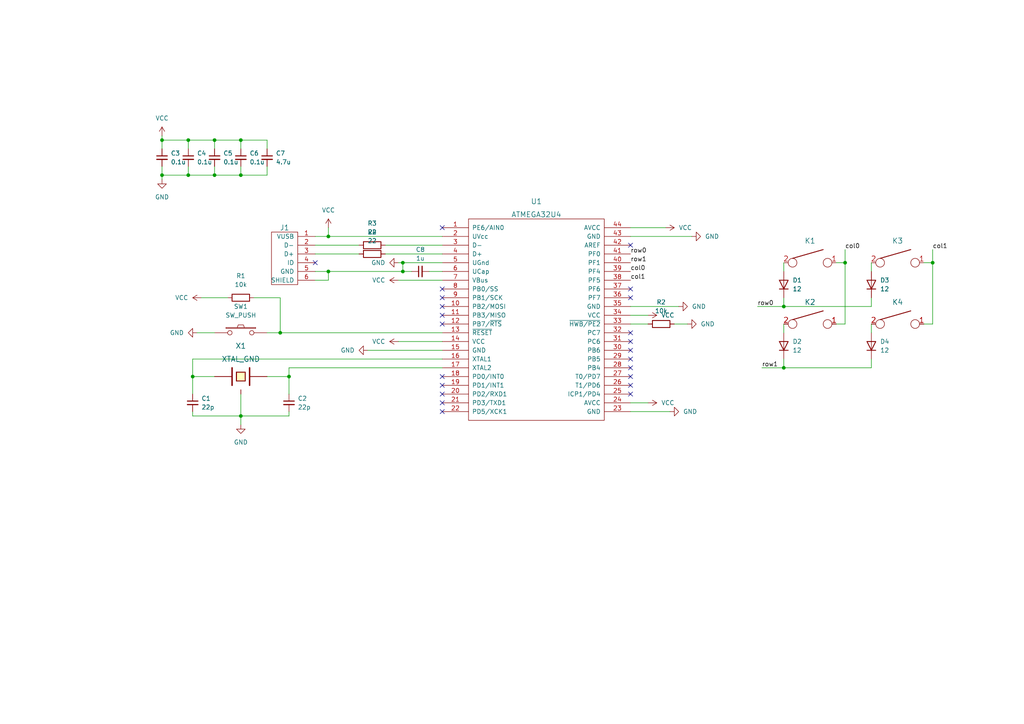
<source format=kicad_sch>
(kicad_sch (version 20211123) (generator eeschema)
  (paper "A4")
  (lib_symbols
    (symbol "Device:C_Small" (pin_numbers hide) (pin_names (offset 0.254) hide)
      (property "Reference" "C" (at 0.254 1.778 0))
      (property "Value" "C_Small" (at 0.254 -2.032 0))
      (symbol "C_Small_0_1"
        (polyline (pts (xy -1.524 -0.508) (xy 1.524 -0.508)) (stroke (width 0.3302)))
        (polyline (pts (xy -1.524 0.508) (xy 1.524 0.508)) (stroke (width 0.3048)))
      )
      (symbol "C_Small_1_1"
        (pin passive line (at 0 2.54 270) (length 2.032) (name "~") (number "1"))
        (pin passive line (at 0 -2.54 90) (length 2.032) (name "~") (number "2"))
      )
    )
    (symbol "Device:D" (pin_numbers hide) (pin_names (offset 1.016) hide)
      (property "Reference" "D" (at 0 2.54 0))
      (property "Value" "D" (at 0 -2.54 0))
      (symbol "D_0_1"
        (polyline (pts (xy -1.27 1.27) (xy -1.27 -1.27)) (stroke (width 0.254)))
        (polyline (pts (xy 1.27 0) (xy -1.27 0)))
        (polyline (pts (xy 1.27 1.27) (xy 1.27 -1.27) (xy -1.27 0) (xy 1.27 1.27)) (stroke (width 0.254)))
      )
      (symbol "D_1_1"
        (pin passive line (at -3.81 0 0) (length 2.54) (name "K") (number "1"))
        (pin passive line (at 3.81 0 180) (length 2.54) (name "A") (number "2"))
      )
    )
    (symbol "Device:R" (pin_numbers hide) (pin_names (offset 0))
      (property "Reference" "R" (at 2.032 0 90))
      (property "Value" "R" (at 0 0 90))
      (symbol "R_0_1"
        (rectangle (start -1.016 -2.54) (end 1.016 2.54) (stroke (width 0.254)))
      )
      (symbol "R_1_1"
        (pin passive line (at 0 3.81 270) (length 1.27) (name "~") (number "1"))
        (pin passive line (at 0 -3.81 90) (length 1.27) (name "~") (number "2"))
      )
    )
    (symbol "keyboard_parts:ATMEGA32U4" (pin_names (offset 1.016))
      (property "Reference" "U" (at 0 -31.75 0))
      (property "Value" "ATMEGA32U4" (at 0 31.75 0))
      (symbol "ATMEGA32U4_0_1"
        (rectangle (start 20.32 29.21) (end -19.05 -29.21))
      )
      (symbol "ATMEGA32U4_1_1"
        (pin bidirectional line (at -26.67 26.67 0) (length 7.62) (name "PE6/AIN0") (number "1"))
        (pin bidirectional line (at -26.67 3.81 0) (length 7.62) (name "PB2/MOSI") (number "10"))
        (pin bidirectional line (at -26.67 1.27 0) (length 7.62) (name "PB3/MISO") (number "11"))
        (pin bidirectional line (at -26.67 -1.27 0) (length 7.62) (name "PB7/~{RTS}") (number "12"))
        (pin input line (at -26.67 -3.81 0) (length 7.62) (name "~{RESET}") (number "13"))
        (pin power_in line (at -26.67 -6.35 0) (length 7.62) (name "VCC") (number "14"))
        (pin power_in line (at -26.67 -8.89 0) (length 7.62) (name "GND") (number "15"))
        (pin input line (at -26.67 -11.43 0) (length 7.62) (name "XTAL1") (number "16"))
        (pin output line (at -26.67 -13.97 0) (length 7.62) (name "XTAL2") (number "17"))
        (pin bidirectional line (at -26.67 -16.51 0) (length 7.62) (name "PD0/INT0") (number "18"))
        (pin bidirectional line (at -26.67 -19.05 0) (length 7.62) (name "PD1/INT1") (number "19"))
        (pin power_in line (at -26.67 24.13 0) (length 7.62) (name "UVcc") (number "2"))
        (pin bidirectional line (at -26.67 -21.59 0) (length 7.62) (name "PD2/RXD1") (number "20"))
        (pin bidirectional line (at -26.67 -24.13 0) (length 7.62) (name "PD3/TXD1") (number "21"))
        (pin bidirectional line (at -26.67 -26.67 0) (length 7.62) (name "PD5/XCK1") (number "22"))
        (pin power_in line (at 27.94 -26.67 180) (length 7.62) (name "GND") (number "23"))
        (pin power_in line (at 27.94 -24.13 180) (length 7.62) (name "AVCC") (number "24"))
        (pin bidirectional line (at 27.94 -21.59 180) (length 7.62) (name "ICP1/PD4") (number "25"))
        (pin bidirectional line (at 27.94 -19.05 180) (length 7.62) (name "T1/PD6") (number "26"))
        (pin bidirectional line (at 27.94 -16.51 180) (length 7.62) (name "T0/PD7") (number "27"))
        (pin bidirectional line (at 27.94 -13.97 180) (length 7.62) (name "PB4") (number "28"))
        (pin bidirectional line (at 27.94 -11.43 180) (length 7.62) (name "PB5") (number "29"))
        (pin bidirectional line (at -26.67 21.59 0) (length 7.62) (name "D-") (number "3"))
        (pin bidirectional line (at 27.94 -8.89 180) (length 7.62) (name "PB6") (number "30"))
        (pin bidirectional line (at 27.94 -6.35 180) (length 7.62) (name "PC6") (number "31"))
        (pin bidirectional line (at 27.94 -3.81 180) (length 7.62) (name "PC7") (number "32"))
        (pin bidirectional line (at 27.94 -1.27 180) (length 7.62) (name "~{HWB/PE2}") (number "33"))
        (pin power_in line (at 27.94 1.27 180) (length 7.62) (name "VCC") (number "34"))
        (pin power_in line (at 27.94 3.81 180) (length 7.62) (name "GND") (number "35"))
        (pin bidirectional line (at 27.94 6.35 180) (length 7.62) (name "PF7") (number "36"))
        (pin bidirectional line (at 27.94 8.89 180) (length 7.62) (name "PF6") (number "37"))
        (pin bidirectional line (at 27.94 11.43 180) (length 7.62) (name "PF5") (number "38"))
        (pin bidirectional line (at 27.94 13.97 180) (length 7.62) (name "PF4") (number "39"))
        (pin bidirectional line (at -26.67 19.05 0) (length 7.62) (name "D+") (number "4"))
        (pin bidirectional line (at 27.94 16.51 180) (length 7.62) (name "PF1") (number "40"))
        (pin bidirectional line (at 27.94 19.05 180) (length 7.62) (name "PF0") (number "41"))
        (pin input line (at 27.94 21.59 180) (length 7.62) (name "AREF") (number "42"))
        (pin power_in line (at 27.94 24.13 180) (length 7.62) (name "GND") (number "43"))
        (pin power_in line (at 27.94 26.67 180) (length 7.62) (name "AVCC") (number "44"))
        (pin power_in line (at -26.67 16.51 0) (length 7.62) (name "UGnd") (number "5"))
        (pin input line (at -26.67 13.97 0) (length 7.62) (name "UCap") (number "6"))
        (pin input line (at -26.67 11.43 0) (length 7.62) (name "VBus") (number "7"))
        (pin bidirectional line (at -26.67 8.89 0) (length 7.62) (name "PB0/SS") (number "8"))
        (pin bidirectional line (at -26.67 6.35 0) (length 7.62) (name "PB1/SCK") (number "9"))
      )
    )
    (symbol "keyboard_parts:KEYSW" (pin_names (offset 1.016))
      (property "Reference" "K?" (at -1.27 0 0))
      (symbol "KEYSW_0_1"
        (circle (center -5.08 0) (radius 1.27))
        (polyline (pts (xy -5.08 1.27) (xy 3.81 3.81)) (stroke (width 0.254)))
        (circle (center 5.08 0) (radius 1.27))
      )
      (symbol "KEYSW_1_1"
        (pin passive line (at 7.62 0 180) (length 1.27) (name "~") (number "1"))
        (pin passive line (at -7.62 0 0) (length 1.27) (name "~") (number "2"))
      )
    )
    (symbol "keyboard_parts:SW_PUSH" (pin_numbers hide) (pin_names (offset 1.016) hide)
      (property "Reference" "SW" (at 3.81 2.794 0))
      (property "Value" "SW_PUSH" (at 0 -2.032 0))
      (symbol "SW_PUSH_0_1"
        (rectangle (start -4.318 1.27) (end 4.318 1.524))
        (polyline (pts (xy -1.016 1.524) (xy -0.762 2.286) (xy 0.762 2.286) (xy 1.016 1.524)))
        (pin passive inverted (at -7.62 0 0) (length 5.08) (name "1") (number "1"))
        (pin passive inverted (at 7.62 0 180) (length 5.08) (name "2") (number "2"))
      )
    )
    (symbol "keyboard_parts:USB_mini_micro_B" (pin_names (offset 1.016))
      (property "Reference" "J" (at -10.16 -1.27 0))
      (symbol "USB_mini_micro_B_0_1"
        (rectangle (start -8.89 5.08) (end -1.27 -10.16))
      )
      (symbol "USB_mini_micro_B_1_1"
        (pin power_out line (at 3.81 3.81 180) (length 5.08) (name "VUSB") (number "1"))
        (pin bidirectional line (at 3.81 1.27 180) (length 5.08) (name "D-") (number "2"))
        (pin bidirectional line (at 3.81 -1.27 180) (length 5.08) (name "D+") (number "3"))
        (pin input line (at 3.81 -3.81 180) (length 5.08) (name "ID") (number "4"))
        (pin power_out line (at 3.81 -6.35 180) (length 5.08) (name "GND") (number "5"))
        (pin input line (at 3.81 -8.89 180) (length 5.08) (name "SHIELD") (number "6"))
      )
    )
    (symbol "keyboard_parts:XTAL_GND" (pin_numbers hide) (pin_names (offset 1.016) hide)
      (property "Reference" "X" (at 0 3.81 0))
      (property "Value" "XTAL_GND" (at 0 -3.81 0))
      (symbol "XTAL_GND_0_1"
        (polyline (pts (xy -2.54 2.54) (xy -2.54 -2.54)) (stroke (width 0.4064)))
        (polyline (pts (xy 2.54 2.54) (xy 2.54 -2.54)) (stroke (width 0.4064)))
        (polyline (pts (xy -1.27 1.27) (xy 1.27 1.27) (xy 1.27 -1.27) (xy -1.27 -1.27) (xy -1.27 1.27)) (stroke (width 0.3048)) (fill (type background)))
      )
      (symbol "XTAL_GND_1_1"
        (pin passive line (at -7.62 0 0) (length 5.08) (name "1") (number "1"))
        (pin passive line (at 7.62 0 180) (length 5.08) (name "2") (number "2"))
        (pin passive line (at 0 -5.08 90) (length 1.27) (name "~") (number "3"))
      )
    )
    (symbol "power:GND" (power) (pin_names (offset 0))
      (property "Value" "GND" (at 0 -3.81 0))
      (symbol "GND_0_1"
        (polyline (pts (xy 0 0) (xy 0 -1.27) (xy 1.27 -1.27) (xy 0 -2.54) (xy -1.27 -1.27) (xy 0 -1.27)))
      )
      (symbol "GND_1_1"
        (pin power_in line (at 0 0 270) (length 0) hide (name "GND") (number "1"))
      )
    )
    (symbol "power:VCC" (power) (pin_names (offset 0))
      (property "Value" "VCC" (at 0 3.81 0))
      (symbol "VCC_0_1"
        (polyline (pts (xy -0.762 1.27) (xy 0 2.54)))
        (polyline (pts (xy 0 0) (xy 0 2.54)))
        (polyline (pts (xy 0 2.54) (xy 0.762 1.27)))
      )
      (symbol "VCC_1_1"
        (pin power_in line (at 0 0 90) (length 0) hide (name "VCC") (number "1"))
      )
    )
  )
  (junction (at 54.61 50.8))
  (junction (at 116.84 76.2))
  (junction (at 54.61 40.64))
  (junction (at 46.99 50.8))
  (junction (at 270.51 76.2))
  (junction (at 55.88 109.22))
  (junction (at 69.85 40.64))
  (junction (at 95.25 68.58))
  (junction (at 62.23 50.8))
  (junction (at 227.33 106.68))
  (junction (at 116.84 78.74))
  (junction (at 227.33 88.9))
  (junction (at 83.82 109.22))
  (junction (at 81.28 96.52))
  (junction (at 245.11 76.2))
  (junction (at 46.99 40.64))
  (junction (at 95.25 78.74))
  (junction (at 69.85 120.65))
  (junction (at 69.85 50.8))
  (junction (at 62.23 40.64))
  (no_connect (at 128.27 83.82))
  (no_connect (at 128.27 86.36))
  (no_connect (at 128.27 88.9))
  (no_connect (at 128.27 91.44))
  (no_connect (at 128.27 93.98))
  (no_connect (at 128.27 109.22))
  (no_connect (at 128.27 111.76))
  (no_connect (at 128.27 114.3))
  (no_connect (at 128.27 116.84))
  (no_connect (at 128.27 119.38))
  (no_connect (at 128.27 66.04))
  (no_connect (at 182.88 104.14))
  (no_connect (at 182.88 101.6))
  (no_connect (at 182.88 99.06))
  (no_connect (at 182.88 96.52))
  (no_connect (at 182.88 114.3))
  (no_connect (at 182.88 111.76))
  (no_connect (at 182.88 109.22))
  (no_connect (at 182.88 106.68))
  (no_connect (at 182.88 86.36))
  (no_connect (at 182.88 83.82))
  (no_connect (at 182.88 71.12))
  (no_connect (at 91.44 76.2))
  (wire (pts (xy 182.88 68.58) (xy 200.66 68.58)))
  (wire (pts (xy 55.88 104.14) (xy 55.88 109.22)))
  (wire (pts (xy 242.57 76.2) (xy 245.11 76.2)))
  (wire (pts (xy 111.76 73.66) (xy 128.27 73.66)))
  (wire (pts (xy 252.73 88.9) (xy 252.73 86.36)))
  (wire (pts (xy 270.51 72.39) (xy 270.51 76.2)))
  (wire (pts (xy 106.68 101.6) (xy 128.27 101.6)))
  (wire (pts (xy 77.47 50.8) (xy 69.85 50.8)))
  (wire (pts (xy 46.99 39.37) (xy 46.99 40.64)))
  (wire (pts (xy 46.99 50.8) (xy 46.99 52.07)))
  (wire (pts (xy 220.98 106.68) (xy 227.33 106.68)))
  (wire (pts (xy 227.33 104.14) (xy 227.33 106.68)))
  (wire (pts (xy 77.47 96.52) (xy 81.28 96.52)))
  (wire (pts (xy 115.57 76.2) (xy 116.84 76.2)))
  (wire (pts (xy 252.73 76.2) (xy 252.73 78.74)))
  (wire (pts (xy 54.61 40.64) (xy 46.99 40.64)))
  (wire (pts (xy 83.82 120.65) (xy 69.85 120.65)))
  (wire (pts (xy 62.23 50.8) (xy 54.61 50.8)))
  (wire (pts (xy 62.23 40.64) (xy 54.61 40.64)))
  (wire (pts (xy 270.51 76.2) (xy 270.51 93.98)))
  (wire (pts (xy 95.25 68.58) (xy 128.27 68.58)))
  (wire (pts (xy 95.25 66.04) (xy 95.25 68.58)))
  (wire (pts (xy 69.85 120.65) (xy 69.85 123.19)))
  (wire (pts (xy 182.88 116.84) (xy 187.96 116.84)))
  (wire (pts (xy 182.88 88.9) (xy 196.85 88.9)))
  (wire (pts (xy 267.97 76.2) (xy 270.51 76.2)))
  (wire (pts (xy 182.88 119.38) (xy 194.31 119.38)))
  (wire (pts (xy 46.99 48.26) (xy 46.99 50.8)))
  (wire (pts (xy 77.47 109.22) (xy 83.82 109.22)))
  (wire (pts (xy 95.25 78.74) (xy 116.84 78.74)))
  (wire (pts (xy 91.44 78.74) (xy 95.25 78.74)))
  (wire (pts (xy 46.99 40.64) (xy 46.99 43.18)))
  (wire (pts (xy 91.44 68.58) (xy 95.25 68.58)))
  (wire (pts (xy 124.46 78.74) (xy 128.27 78.74)))
  (wire (pts (xy 227.33 88.9) (xy 252.73 88.9)))
  (wire (pts (xy 227.33 86.36) (xy 227.33 88.9)))
  (wire (pts (xy 252.73 104.14) (xy 252.73 106.68)))
  (wire (pts (xy 128.27 104.14) (xy 55.88 104.14)))
  (wire (pts (xy 182.88 66.04) (xy 193.04 66.04)))
  (wire (pts (xy 115.57 81.28) (xy 128.27 81.28)))
  (wire (pts (xy 245.11 93.98) (xy 242.57 93.98)))
  (wire (pts (xy 267.97 93.98) (xy 270.51 93.98)))
  (wire (pts (xy 116.84 78.74) (xy 119.38 78.74)))
  (wire (pts (xy 54.61 40.64) (xy 54.61 43.18)))
  (wire (pts (xy 81.28 96.52) (xy 128.27 96.52)))
  (wire (pts (xy 55.88 119.38) (xy 55.88 120.65)))
  (wire (pts (xy 62.23 48.26) (xy 62.23 50.8)))
  (wire (pts (xy 77.47 43.18) (xy 77.47 40.64)))
  (wire (pts (xy 83.82 106.68) (xy 83.82 109.22)))
  (wire (pts (xy 195.58 93.98) (xy 199.39 93.98)))
  (wire (pts (xy 128.27 106.68) (xy 83.82 106.68)))
  (wire (pts (xy 252.73 93.98) (xy 252.73 96.52)))
  (wire (pts (xy 115.57 99.06) (xy 128.27 99.06)))
  (wire (pts (xy 69.85 48.26) (xy 69.85 50.8)))
  (wire (pts (xy 54.61 50.8) (xy 46.99 50.8)))
  (wire (pts (xy 91.44 73.66) (xy 104.14 73.66)))
  (wire (pts (xy 83.82 119.38) (xy 83.82 120.65)))
  (wire (pts (xy 57.15 96.52) (xy 62.23 96.52)))
  (wire (pts (xy 182.88 93.98) (xy 187.96 93.98)))
  (wire (pts (xy 227.33 106.68) (xy 252.73 106.68)))
  (wire (pts (xy 55.88 109.22) (xy 55.88 114.3)))
  (wire (pts (xy 69.85 40.64) (xy 69.85 43.18)))
  (wire (pts (xy 116.84 76.2) (xy 116.84 78.74)))
  (wire (pts (xy 73.66 86.36) (xy 81.28 86.36)))
  (wire (pts (xy 95.25 81.28) (xy 95.25 78.74)))
  (wire (pts (xy 69.85 40.64) (xy 62.23 40.64)))
  (wire (pts (xy 69.85 50.8) (xy 62.23 50.8)))
  (wire (pts (xy 62.23 40.64) (xy 62.23 43.18)))
  (wire (pts (xy 81.28 86.36) (xy 81.28 96.52)))
  (wire (pts (xy 219.71 88.9) (xy 227.33 88.9)))
  (wire (pts (xy 54.61 48.26) (xy 54.61 50.8)))
  (wire (pts (xy 91.44 71.12) (xy 104.14 71.12)))
  (wire (pts (xy 116.84 76.2) (xy 128.27 76.2)))
  (wire (pts (xy 55.88 120.65) (xy 69.85 120.65)))
  (wire (pts (xy 182.88 91.44) (xy 187.96 91.44)))
  (wire (pts (xy 77.47 48.26) (xy 77.47 50.8)))
  (wire (pts (xy 227.33 76.2) (xy 227.33 78.74)))
  (wire (pts (xy 227.33 93.98) (xy 227.33 96.52)))
  (wire (pts (xy 62.23 109.22) (xy 55.88 109.22)))
  (wire (pts (xy 83.82 109.22) (xy 83.82 114.3)))
  (wire (pts (xy 77.47 40.64) (xy 69.85 40.64)))
  (wire (pts (xy 245.11 76.2) (xy 245.11 93.98)))
  (wire (pts (xy 91.44 81.28) (xy 95.25 81.28)))
  (wire (pts (xy 111.76 71.12) (xy 128.27 71.12)))
  (wire (pts (xy 245.11 72.39) (xy 245.11 76.2)))
  (wire (pts (xy 69.85 114.3) (xy 69.85 120.65)))
  (wire (pts (xy 58.42 86.36) (xy 66.04 86.36)))
  (label "col1" (at 182.88 81.28 0))
  (label "col1" (at 270.51 72.39 0))
  (label "row1" (at 220.98 106.68 0))
  (label "col0" (at 182.88 78.74 0))
  (label "row0" (at 182.88 73.66 0))
  (label "row1" (at 182.88 76.2 0))
  (label "row0" (at 219.71 88.9 0))
  (label "col0" (at 245.11 72.39 0))
  (symbol (lib_id "power:GND") (at 196.85 88.9 90) (unit 1)
    (property "Reference" "#PWR?" (effects hide))
    (property "Value" "GND" (at 200.66 88.8999 90) (effects (justify right)))
  )
  (symbol (lib_id "keyboard_parts:SW_PUSH") (at 69.85 96.52 0) (unit 1)
    (property "Reference" "SW1" (at 69.85 88.9 0))
    (property "Value" "SW_PUSH" (at 69.85 91.44 0))
    (property "Footprint" "Button_Switch_SMD:SW_SPST_TL3342" (effects hide))
  )
  (symbol (lib_id "power:GND") (at 199.39 93.98 90) (unit 1)
    (property "Reference" "#PWR?" (effects hide))
    (property "Value" "GND" (at 203.2 93.9799 90) (effects (justify right)))
  )
  (symbol (lib_id "keyboard_parts:KEYSW") (at 260.35 93.98 0) (unit 1)
    (property "Reference" "K4" (at 260.35 87.63 0) (effects (font (size 1.524 1.524))))
    (property "Value" "KEYSW" (effects hide))
    (property "Footprint" "Button_Switch_Keyboard:SW_Cherry_MX_1.00u_PCB" (effects hide))
  )
  (symbol (lib_id "keyboard_parts:KEYSW") (at 234.95 93.98 0) (unit 1)
    (property "Reference" "K2" (at 234.95 87.63 0) (effects (font (size 1.524 1.524))))
    (property "Value" "KEYSW" (effects hide))
    (property "Footprint" "Button_Switch_Keyboard:SW_Cherry_MX_1.00u_PCB" (effects hide))
  )
  (symbol (lib_id "Device:C_Small") (at 46.99 45.72 0) (unit 1)
    (property "Reference" "C3" (at 49.53 44.4562 0) (effects (justify left)))
    (property "Value" "0.1u" (at 49.53 46.9962 0) (effects (justify left)))
    (property "Footprint" "Capacitor_SMD:C_0805_2012Metric_Pad1.18x1.45mm_HandSolder" (effects hide))
  )
  (symbol (lib_id "power:VCC") (at 95.25 66.04 0) (unit 1)
    (property "Reference" "#PWR0109" (effects hide))
    (property "Value" "VCC" (at 95.25 60.96 0))
  )
  (symbol (lib_id "power:VCC") (at 187.96 116.84 270) (unit 1)
    (property "Reference" "#PWR0116" (effects hide))
    (property "Value" "VCC" (at 191.77 116.8399 90) (effects (justify left)))
  )
  (symbol (lib_id "keyboard_parts:ATMEGA32U4") (at 154.94 92.71 0) (unit 1)
    (property "Reference" "U1" (at 155.575 58.42 0) (effects (font (size 1.524 1.524))))
    (property "Value" "ATMEGA32U4" (at 155.575 62.23 0) (effects (font (size 1.524 1.524))))
    (property "Footprint" "Package_QFP:TQFP-44_10x10mm_P0.8mm" (effects hide))
  )
  (symbol (lib_id "power:GND") (at 106.68 101.6 270) (unit 1)
    (property "Reference" "#PWR?" (effects hide))
    (property "Value" "GND" (at 102.87 101.5999 90) (effects (justify right)))
  )
  (symbol (lib_id "Device:D") (at 252.73 82.55 90) (unit 1)
    (property "Reference" "D3" (at 255.27 81.2799 90) (effects (justify right)))
    (property "Value" "12" (at 255.27 83.8199 90) (effects (justify right)))
    (property "Footprint" "keyboard_parts:D_SOD123_axial" (effects hide))
  )
  (symbol (lib_id "Device:C_Small") (at 54.61 45.72 0) (unit 1)
    (property "Reference" "C4" (at 57.15 44.4562 0) (effects (justify left)))
    (property "Value" "0.1u" (at 57.15 46.9962 0) (effects (justify left)))
    (property "Footprint" "Capacitor_SMD:C_0805_2012Metric_Pad1.18x1.45mm_HandSolder" (effects hide))
  )
  (symbol (lib_id "Device:D") (at 227.33 100.33 90) (unit 1)
    (property "Reference" "D2" (at 229.87 99.0599 90) (effects (justify right)))
    (property "Value" "12" (at 229.87 101.5999 90) (effects (justify right)))
    (property "Footprint" "keyboard_parts:D_SOD123_axial" (effects hide))
  )
  (symbol (lib_id "Device:C_Small") (at 121.92 78.74 90) (unit 1)
    (property "Reference" "C8" (at 121.9263 72.39 90))
    (property "Value" "1u" (at 121.9263 74.93 90))
    (property "Footprint" "Capacitor_SMD:C_0805_2012Metric_Pad1.18x1.45mm_HandSolder" (effects hide))
  )
  (symbol (lib_id "power:VCC") (at 187.96 91.44 270) (unit 1)
    (property "Reference" "#PWR0115" (effects hide))
    (property "Value" "VCC" (at 191.77 91.4399 90) (effects (justify left)))
  )
  (symbol (lib_id "power:VCC") (at 193.04 66.04 270) (unit 1)
    (property "Reference" "#PWR0111" (effects hide))
    (property "Value" "VCC" (at 196.85 66.0399 90) (effects (justify left)))
  )
  (symbol (lib_id "Device:D") (at 227.33 82.55 90) (unit 1)
    (property "Reference" "D1" (at 229.87 81.2799 90) (effects (justify right)))
    (property "Value" "12" (at 229.87 83.8199 90) (effects (justify right)))
    (property "Footprint" "keyboard_parts:D_SOD123_axial" (effects hide))
  )
  (symbol (lib_id "keyboard_parts:XTAL_GND") (at 69.85 109.22 0) (unit 1)
    (property "Reference" "X1" (at 69.85 100.33 0) (effects (font (size 1.524 1.524))))
    (property "Value" "XTAL_GND" (at 69.85 104.14 0) (effects (font (size 1.524 1.524))))
    (property "Footprint" "user:crystal_FA238-TSX3225" (effects hide))
  )
  (symbol (lib_id "power:VCC") (at 115.57 99.06 90) (unit 1)
    (property "Reference" "#PWR0105" (effects hide))
    (property "Value" "VCC" (at 111.76 99.0599 90) (effects (justify left)))
  )
  (symbol (lib_id "Device:C_Small") (at 77.47 45.72 0) (unit 1)
    (property "Reference" "C7" (at 80.01 44.4562 0) (effects (justify left)))
    (property "Value" "4.7u" (at 80.01 46.9962 0) (effects (justify left)))
    (property "Footprint" "Capacitor_SMD:C_0805_2012Metric_Pad1.18x1.45mm_HandSolder" (effects hide))
  )
  (symbol (lib_id "Device:C_Small") (at 83.82 116.84 0) (unit 1)
    (property "Reference" "C2" (at 86.36 115.5762 0) (effects (justify left)))
    (property "Value" "22p" (at 86.36 118.1162 0) (effects (justify left)))
    (property "Footprint" "Capacitor_SMD:C_0805_2012Metric_Pad1.18x1.45mm_HandSolder" (effects hide))
  )
  (symbol (lib_id "power:GND") (at 57.15 96.52 270) (unit 1)
    (property "Reference" "#PWR?" (effects hide))
    (property "Value" "GND" (at 53.34 96.5199 90) (effects (justify right)))
  )
  (symbol (lib_id "Device:C_Small") (at 62.23 45.72 0) (unit 1)
    (property "Reference" "C5" (at 64.77 44.4562 0) (effects (justify left)))
    (property "Value" "0.1u" (at 64.77 46.9962 0) (effects (justify left)))
    (property "Footprint" "Capacitor_SMD:C_0805_2012Metric_Pad1.18x1.45mm_HandSolder" (effects hide))
  )
  (symbol (lib_id "Device:C_Small") (at 55.88 116.84 0) (unit 1)
    (property "Reference" "C1" (at 58.42 115.5762 0) (effects (justify left)))
    (property "Value" "22p" (at 58.42 118.1162 0) (effects (justify left)))
    (property "Footprint" "Capacitor_SMD:C_0805_2012Metric_Pad1.18x1.45mm_HandSolder" (effects hide))
  )
  (symbol (lib_id "power:VCC") (at 46.99 39.37 0) (unit 1)
    (property "Reference" "#PWR0108" (effects hide))
    (property "Value" "VCC" (at 46.99 34.29 0))
  )
  (symbol (lib_id "keyboard_parts:KEYSW") (at 260.35 76.2 0) (unit 1)
    (property "Reference" "K3" (at 260.35 69.85 0) (effects (font (size 1.524 1.524))))
    (property "Value" "KEYSW" (effects hide))
    (property "Footprint" "Button_Switch_Keyboard:SW_Cherry_MX_1.00u_PCB" (effects hide))
  )
  (symbol (lib_id "Device:R") (at 69.85 86.36 90) (unit 1)
    (property "Reference" "R1" (at 69.85 80.01 90))
    (property "Value" "10k" (at 69.85 82.55 90))
    (property "Footprint" "Resistor_SMD:R_0805_2012Metric_Pad1.20x1.40mm_HandSolder" (effects hide))
  )
  (symbol (lib_id "power:VCC") (at 58.42 86.36 90) (unit 1)
    (property "Reference" "#PWR0103" (effects hide))
    (property "Value" "VCC" (at 54.61 86.3599 90) (effects (justify left)))
  )
  (symbol (lib_id "power:GND") (at 69.85 123.19 0) (unit 1)
    (property "Reference" "#PWR?" (effects hide))
    (property "Value" "GND" (at 69.85 128.27 0))
  )
  (symbol (lib_id "power:GND") (at 200.66 68.58 90) (unit 1)
    (property "Reference" "#PWR?" (effects hide))
    (property "Value" "GND" (at 204.47 68.5799 90) (effects (justify right)))
  )
  (symbol (lib_id "power:GND") (at 46.99 52.07 0) (unit 1)
    (property "Reference" "#PWR?" (effects hide))
    (property "Value" "GND" (at 46.99 57.15 0))
  )
  (symbol (lib_id "Device:R") (at 191.77 93.98 90) (unit 1)
    (property "Reference" "R2" (at 191.77 87.63 90))
    (property "Value" "10k" (at 191.77 90.17 90))
    (property "Footprint" "Resistor_SMD:R_0805_2012Metric_Pad1.20x1.40mm_HandSolder" (effects hide))
  )
  (symbol (lib_id "power:GND") (at 194.31 119.38 90) (unit 1)
    (property "Reference" "#PWR?" (effects hide))
    (property "Value" "GND" (at 198.12 119.3799 90) (effects (justify right)))
  )
  (symbol (lib_id "keyboard_parts:KEYSW") (at 234.95 76.2 0) (unit 1)
    (property "Reference" "K1" (at 234.95 69.85 0) (effects (font (size 1.524 1.524))))
    (property "Value" "KEYSW" (effects hide))
    (property "Footprint" "Button_Switch_Keyboard:SW_Cherry_MX_1.00u_PCB" (effects hide))
  )
  (symbol (lib_id "Device:R") (at 107.95 73.66 90) (unit 1)
    (property "Reference" "R4" (at 107.95 67.31 90))
    (property "Value" "22" (at 107.95 69.85 90))
    (property "Footprint" "Resistor_SMD:R_0805_2012Metric_Pad1.20x1.40mm_HandSolder" (effects hide))
  )
  (symbol (lib_id "Device:R") (at 107.95 71.12 90) (unit 1)
    (property "Reference" "R3" (at 107.95 64.77 90))
    (property "Value" "22" (at 107.95 67.31 90))
    (property "Footprint" "Resistor_SMD:R_0805_2012Metric_Pad1.20x1.40mm_HandSolder" (effects hide))
  )
  (symbol (lib_id "keyboard_parts:USB_mini_micro_B") (at 87.63 72.39 0) (unit 1)
    (property "Reference" "J1" (at 82.55 66.04 0) (effects (font (size 1.524 1.524))))
    (property "Value" "USB_mini_micro_B" (effects hide))
    (property "Footprint" "keyboard_parts:USB_miniB_hirose_5S8" (effects hide))
  )
  (symbol (lib_id "Device:C_Small") (at 69.85 45.72 0) (unit 1)
    (property "Reference" "C6" (at 72.39 44.4562 0) (effects (justify left)))
    (property "Value" "0.1u" (at 72.39 46.9962 0) (effects (justify left)))
    (property "Footprint" "Capacitor_SMD:C_0805_2012Metric_Pad1.18x1.45mm_HandSolder" (effects hide))
  )
  (symbol (lib_id "power:GND") (at 115.57 76.2 270) (unit 1)
    (property "Reference" "#PWR?" (effects hide))
    (property "Value" "GND" (at 111.76 76.1999 90) (effects (justify right)))
  )
  (symbol (lib_id "power:VCC") (at 115.57 81.28 90) (unit 1)
    (property "Reference" "#PWR0104" (effects hide))
    (property "Value" "VCC" (at 111.76 81.2799 90) (effects (justify left)))
  )
  (symbol (lib_id "Device:D") (at 252.73 100.33 90) (unit 1)
    (property "Reference" "D4" (at 255.27 99.0599 90) (effects (justify right)))
    (property "Value" "12" (at 255.27 101.5999 90) (effects (justify right)))
    (property "Footprint" "keyboard_parts:D_SOD123_axial" (effects hide))
  )
)
</source>
